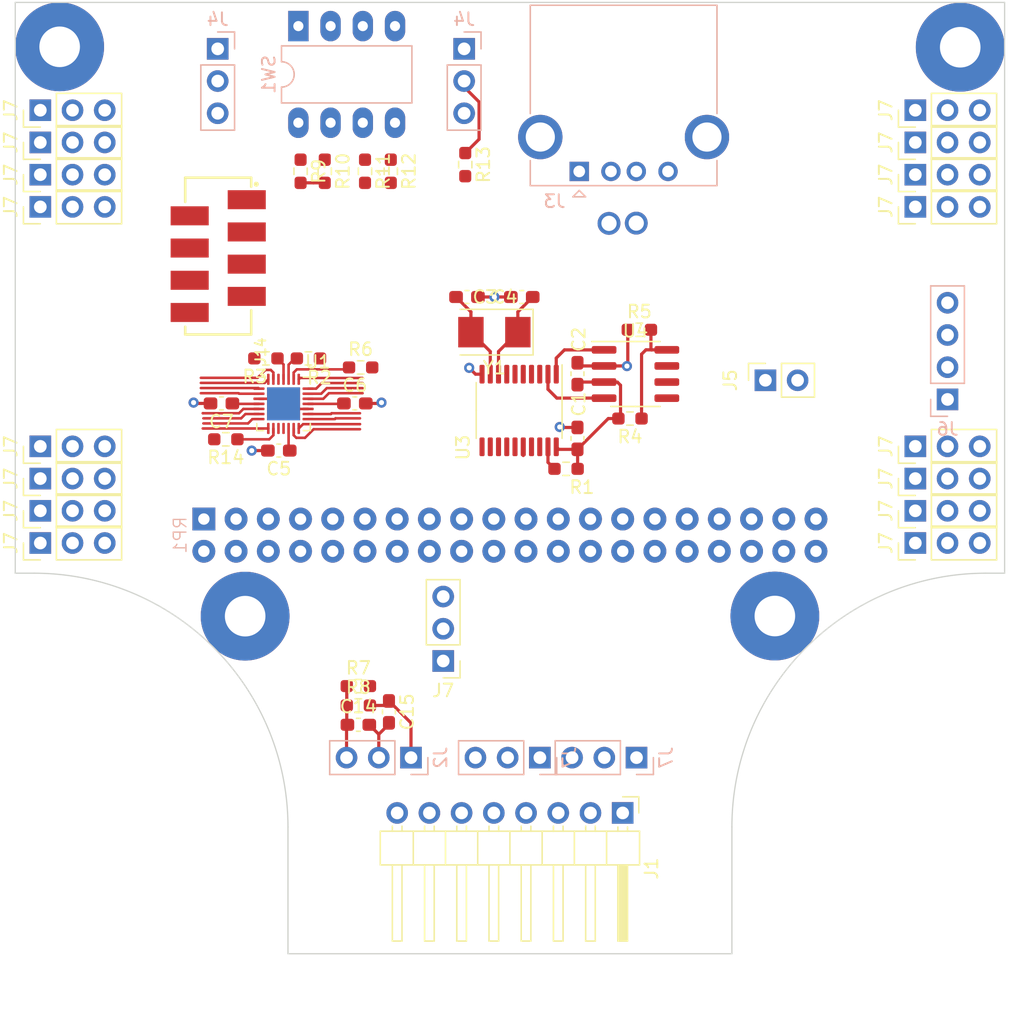
<source format=kicad_pcb>
(kicad_pcb (version 20221018) (generator pcbnew)
  (layers (0 "F.Cu" signal) (31 "B.Cu" signal) (34 "B.Paste" user) (35 "F.Paste" user) (36 "B.SilkS" user "B.Silkscreen") (37 "F.SilkS" user "F.Silkscreen") (38 "B.Mask" user) (39 "F.Mask" user) (44 "Edge.Cuts" user))
  (net 0 "")
  (net 1 "Net-(J1-Pin_8)")
  (net 2 "/WS2812B")
  (net 20 "+5V")
  (net 23 "GND")
  (net 33 "Net-(J3-D-)")
  (net 34 "Net-(J3-D+)")
  (net 35 "+3.3VP")
  (net 36 "/CAN/MOSI")
  (net 37 "/CAN/MISO")
  (net 38 "/CAN/INT")
  (net 39 "/CAN/SCK")
  (net 40 "/CAN/CE")
  (net 41 "Net-(U3-TXCAN)")
  (net 42 "Net-(U3-RXCAN)")
  (net 43 "Net-(U3-OSC2)")
  (net 44 "Net-(U3-OSC1)")
  (net 45 "Net-(U3-~{RESET})")
  (net 46 "/SX1509/SDA")
  (net 47 "/SX1509/SCL")
  (net 48 "/CAN/CANL")
  (net 49 "/CAN/CANH")
  (net 50 "Net-(U4-Rs)")
  (net 51 "Net-(U1-RESET)")
  (net 52 "/ALIM_EN_5L")
  (net 53 "/EN_5L")
  (net 54 "/CaptTOR_2")
  (net 55 "/CaptTOR_1")
  (net 56 "+5P")
  (net 57 "/SX1509/SX_IO_2")
  (net 58 "/SX1509/SX_IO_3")
  (net 59 "/SX1509/SX_IO_4")
  (net 60 "/SX1509/SX_IO_5")
  (net 61 "/SX1509/SX_IO_6")
  (net 62 "/SX1509/SX_IO_7")
  (net 63 "/SX1509/SX_IO_8")
  (net 64 "/SX1509/SX_IO_9")
  (net 65 "/SX1509/SX_IO_10")
  (net 66 "/SX1509/SX_IO_11")
  (net 67 "/SX1509/SX_IO_12")
  (net 68 "/SX1509/SX_IO_13")
  (net 69 "/SX1509/SX_IO_14")
  (net 70 "/SX1509/SX_IO_15")
  (net 71 "/SX1509/SX_IO_0")
  (net 72 "/SX1509/SX_IO_1")
  (net 73 "Net-(J2-Pin_3)")
  (net 74 "/TIRETTE")
  (net 75 "Net-(R9-Pad1)")
  (net 76 "Net-(R10-Pad1)")
  (net 77 "Net-(R11-Pad1)")
  (net 78 "Net-(R12-Pad1)")
  (net 79 "Net-(J4-Pin_2)")
  (net 80 "/SIDE")
  (net 81 "/SX1509/INT")
  (footprint "Resistor_SMD:R_0603_1608Metric_Pad0.98x0.95mm_HandSolder" (layer "F.Cu") (at 143.9775 82.788 -90)
    (fp_text reference "R13")
    (fp_text value "68")
  )
  (footprint "Connector_PinHeader_2.54mm:PinHeader_1x03_P2.54mm_Vertical" (layer "F.Cu") (at 179.46 110.08 90)
    (fp_text reference "J7")
    (fp_text value "Conn_01x03")
  )
  (footprint "Connector_PinHeader_2.54mm:PinHeader_1x03_P2.54mm_Vertical" (layer "F.Cu") (at 110.475 81.04 90)
    (fp_text reference "J7")
    (fp_text value "Conn_01x03")
  )
  (footprint "Capacitor_SMD:C_0603_1608Metric_Pad1.08x0.95mm_HandSolder" (layer "F.Cu") (at 152.825 99.2725 90)
    (fp_text reference "C2")
    (fp_text value "100nF")
  )
  (footprint "Capacitor_SMD:C_0603_1608Metric_Pad1.08x0.95mm_HandSolder" (layer "F.Cu") (at 137.9624 125.9332 -90)
    (fp_text reference "C15")
    (fp_text value "100nF")
  )
  (footprint "Connector_PinHeader_2.54mm:PinHeader_1x03_P2.54mm_Vertical" (layer "F.Cu") (at 179.46 112.62 90)
    (fp_text reference "J7")
    (fp_text value "Conn_01x03")
  )
  (footprint "Connector_PinHeader_2.54mm:PinHeader_1x03_P2.54mm_Vertical" (layer "F.Cu") (at 179.46 83.58 90)
    (fp_text reference "J7")
    (fp_text value "Conn_01x03")
  )
  (footprint "Resistor_SMD:R_0603_1608Metric_Pad0.98x0.95mm_HandSolder" (layer "F.Cu") (at 128.2616 98.066 180)
    (fp_text reference "R3")
    (fp_text value "10K")
  )
  (footprint "Resistor_SMD:R_0603_1608Metric_Pad0.98x0.95mm_HandSolder" (layer "F.Cu") (at 136.0748 83.312 -90)
    (fp_text reference "R11")
    (fp_text value "10K")
  )
  (footprint "Connector_PinHeader_2.54mm:PinHeader_1x03_P2.54mm_Vertical" (layer "F.Cu") (at 110.475 107.54 90)
    (fp_text reference "J7")
    (fp_text value "Conn_01x03")
  )
  (footprint "Resistor_SMD:R_0603_1608Metric_Pad0.98x0.95mm_HandSolder" (layer "F.Cu") (at 135.5494 123.9012)
    (fp_text reference "R7")
    (fp_text value "68")
  )
  (footprint "Resistor_SMD:R_0603_1608Metric_Pad0.98x0.95mm_HandSolder" (layer "F.Cu") (at 138.1068 83.312 -90)
    (fp_text reference "R12")
    (fp_text value "10K")
  )
  (footprint "Resistor_SMD:R_0603_1608Metric_Pad0.98x0.95mm_HandSolder" (layer "F.Cu") (at 157.7044 95.807)
    (fp_text reference "R5")
    (fp_text value "10K")
  )
  (footprint "Capacitor_SMD:C_0603_1608Metric_Pad1.08x0.95mm_HandSolder" (layer "F.Cu") (at 148.4334 93.224 180)
    (fp_text reference "C3")
    (fp_text value "22pF")
  )
  (footprint "Resistor_SMD:R_0603_1608Metric_Pad0.98x0.95mm_HandSolder" (layer "F.Cu") (at 135.7292 98.7772)
    (fp_text reference "R6")
    (fp_text value "10K")
  )
  (footprint "Connector_PinSocket_2.54mm:PinSocket_1x02_P2.54mm_Vertical" (layer "F.Cu") (at 167.64 99.79 90)
    (fp_text reference "J5")
    (fp_text value "Conn_01x02")
  )
  (footprint "Connector_PinHeader_2.54mm:PinHeader_1x03_P2.54mm_Vertical" (layer "F.Cu") (at 179.46 78.5 90)
    (fp_text reference "J7")
    (fp_text value "Conn_01x03")
  )
  (footprint "Connector_PinHeader_2.54mm:PinHeader_1x03_P2.54mm_Vertical" (layer "F.Cu") (at 110.475 83.58 90)
    (fp_text reference "J7")
    (fp_text value "Conn_01x03")
  )
  (footprint "Connector_PinHeader_2.54mm:PinHeader_1x08_P2.54mm_Horizontal" (layer "F.Cu") (at 156.39 133.9 -90)
    (fp_text reference "J1")
    (fp_text value "Conn_01x08")
  )
  (footprint "Resistor_SMD:R_0603_1608Metric_Pad0.98x0.95mm_HandSolder" (layer "F.Cu") (at 156.9644 102.807 180)
    (fp_text reference "R4")
    (fp_text value "10K")
  )
  (footprint "Capacitor_SMD:C_0603_1608Metric_Pad1.08x0.95mm_HandSolder" (layer "F.Cu") (at 135.5494 126.9492)
    (fp_text reference "C14")
    (fp_text value "100nF")
  )
  (footprint "Connector_PinHeader_2.54mm:PinHeader_1x03_P2.54mm_Vertical" (layer "F.Cu") (at 110.475 110.08 90)
    (fp_text reference "J7")
    (fp_text value "Conn_01x03")
  )
  (footprint "Package_SO:TSSOP-20_4.4x6.5mm_P0.65mm" (layer "F.Cu") (at 148.225 102.1725 -90)
    (fp_text reference "U3")
    (fp_text value "MCP2515-xST")
  )
  (footprint "ConnectorsEvo:690367280876" (layer "F.Cu") (at 124.5 90 -90)
    (property "VALUE" "690367280876")
    (fp_text reference "J14")
    (fp_text value "690367280876")
  )
  (footprint "Connector_PinHeader_2.54mm:PinHeader_1x03_P2.54mm_Vertical" (layer "F.Cu") (at 179.46 86.12 90)
    (fp_text reference "J7")
    (fp_text value "Conn_01x03")
  )
  (footprint "Capacitor_SMD:C_0603_1608Metric_Pad1.08x0.95mm_HandSolder" (layer "F.Cu") (at 129.2776 105.333 180)
    (fp_text reference "C5")
    (fp_text value "100nF")
  )
  (footprint "Package_SO:SOIC-8_3.9x4.9mm_P1.27mm" (layer "F.Cu") (at 157.395 99.295)
    (fp_text reference "U4")
    (fp_text value "MCP2551-I-SN")
  )
  (footprint "Resistor_SMD:R_0603_1608Metric_Pad0.98x0.95mm_HandSolder" (layer "F.Cu") (at 132.8998 83.312 -90)
    (fp_text reference "R10")
    (fp_text value "10K")
  )
  (footprint "Connector_PinHeader_2.54mm:PinHeader_1x03_P2.54mm_Vertical" (layer "F.Cu") (at 110.475 112.62 90)
    (fp_text reference "J7")
    (fp_text value "Conn_01x03")
  )
  (footprint "Connector_PinHeader_2.54mm:PinHeader_1x03_P2.54mm_Vertical" (layer "F.Cu") (at 142.24 121.92 180)
    (fp_text reference "J7")
    (fp_text value "Conn_01x03")
  )
  (footprint "Connector_PinHeader_2.54mm:PinHeader_1x03_P2.54mm_Vertical" (layer "F.Cu") (at 110.475 78.5 90)
    (fp_text reference "J7")
    (fp_text value "Conn_01x03")
  )
  (footprint "Resistor_SMD:R_0603_1608Metric_Pad0.98x0.95mm_HandSolder" (layer "F.Cu") (at 135.5494 125.4252)
    (fp_text reference "R8")
    (fp_text value "10K")
  )
  (footprint "Connector_PinHeader_2.54mm:PinHeader_1x03_P2.54mm_Vertical" (layer "F.Cu") (at 179.46 107.54 90)
    (fp_text reference "J7")
    (fp_text value "Conn_01x03")
  )
  (footprint "Capacitor_SMD:C_0603_1608Metric_Pad1.08x0.95mm_HandSolder" (layer "F.Cu") (at 144.1154 93.224)
    (fp_text reference "C4")
    (fp_text value "22pF")
  )
  (footprint "Crystal:Crystal_SMD_5032-2Pin_5.0x3.2mm" (layer "F.Cu") (at 146.2744 95.997 180)
    (fp_text reference "Y1")
    (fp_text value "16 MHz")
  )
  (footprint "Capacitor_SMD:C_0603_1608Metric_Pad1.08x0.95mm_HandSolder" (layer "F.Cu") (at 135.272 101.615)
    (fp_text reference "C6")
    (fp_text value "100nF")
  )
  (footprint "Capacitor_SMD:C_0603_1608Metric_Pad1.08x0.95mm_HandSolder" (layer "F.Cu") (at 124.7564 101.615 180)
    (fp_text reference "C7")
    (fp_text value "100nF")
  )
  (footprint "Resistor_SMD:R_0603_1608Metric_Pad0.98x0.95mm_HandSolder" (layer "F.Cu") (at 125.1015 104.444 180)
    (fp_text reference "R14")
    (fp_text value "10K")
  )
  (footprint "Package_DFN_QFN:QFN-28-1EP_4x4mm_P0.4mm_EP2.6x2.6mm_ThermalVias" (layer "F.Cu") (at 129.65 101.65)
    (fp_text reference "U1")
    (fp_text value "~")
  )
  (footprint "Capacitor_SMD:C_0603_1608Metric_Pad1.08x0.95mm_HandSolder" (layer "F.Cu") (at 152.825 104.3725 90)
    (fp_text reference "C1")
    (fp_text value "100nF")
  )
  (footprint "Connector_PinHeader_2.54mm:PinHeader_1x03_P2.54mm_Vertical" (layer "F.Cu") (at 110.475 86.12 90)
    (fp_text reference "J7")
    (fp_text value "Conn_01x03")
  )
  (footprint "Connector_PinHeader_2.54mm:PinHeader_1x03_P2.54mm_Vertical" (layer "F.Cu") (at 179.46 105 90)
    (fp_text reference "J7")
    (fp_text value "Conn_01x03")
  )
  (footprint "Resistor_SMD:R_0603_1608Metric_Pad0.98x0.95mm_HandSolder" (layer "F.Cu") (at 130.9948 83.312 -90)
    (fp_text reference "R9")
    (fp_text value "10K")
  )
  (footprint "Resistor_SMD:R_0603_1608Metric_Pad0.98x0.95mm_HandSolder" (layer "F.Cu") (at 131.6144 98.066)
    (fp_text reference "R2")
    (fp_text value "10K")
  )
  (footprint "Connector_PinHeader_2.54mm:PinHeader_1x03_P2.54mm_Vertical" (layer "F.Cu") (at 179.46 81.04 90)
    (fp_text reference "J7")
    (fp_text value "Conn_01x03")
  )
  (footprint "Connector_PinHeader_2.54mm:PinHeader_1x03_P2.54mm_Vertical" (layer "F.Cu") (at 110.475 105 90)
    (fp_text reference "J7")
    (fp_text value "Conn_01x03")
  )
  (footprint "Resistor_SMD:R_0603_1608Metric_Pad0.98x0.95mm_HandSolder" (layer "F.Cu") (at 151.925 106.7725)
    (fp_text reference "R1")
    (fp_text value "10K")
  )
  (footprint "Connector_PinHeader_2.54mm:PinHeader_1x03_P2.54mm_Vertical" (layer "B.Cu") (at 157.48 129.54 90)
    (fp_text reference "J7")
    (fp_text value "Conn_01x03")
  )
  (footprint "Connector_PinHeader_2.54mm:PinHeader_1x03_P2.54mm_Vertical" (layer "B.Cu") (at 143.891 73.66 180)
    (fp_text reference "J4")
    (fp_text value "Conn_01x03")
  )
  (footprint "Connector_PinHeader_2.54mm:PinHeader_1x03_P2.54mm_Vertical" (layer "B.Cu") (at 149.86 129.54 90)
    (fp_text reference "J7")
    (fp_text value "Conn_01x03")
  )
  (footprint "Connector_PinHeader_2.54mm:PinHeader_1x03_P2.54mm_Vertical" (layer "B.Cu") (at 139.7 129.54 90)
    (fp_text reference "J2")
    (fp_text value "Conn_01x03")
  )
  (footprint "Connector_USB:USB_A_CONNFLY_DS1095-WNR0" (layer "B.Cu") (at 152.964 83.3245)
    (fp_text reference "J3")
    (fp_text value "USB_A")
  )
  (footprint "Nefastor:Raspberry_Pi_Zero" (layer "B.Cu") (at 147.5 112 -90)
    (fp_text reference "RP1")
    (fp_text value "~" hide)
  )
  (footprint "Nefastor:Raspberry_Pi_Zero_USB_Pads" (layer "B.Cu") (at 180 85.5 -90)
    (fp_text reference "RP_USB1" hide)
    (fp_text value "~" hide)
  )
  (footprint "Connector_PinHeader_2.54mm:PinHeader_1x04_P2.54mm_Vertical" (layer "B.Cu") (at 182 101.3)
    (fp_text reference "J6")
    (fp_text value "Conn_01x04")
  )
  (footprint "Package_DIP:DIP-8_W7.62mm_LongPads" (layer "B.Cu") (at 130.82 71.867 -90)
    (fp_text reference "SW1")
    (fp_text value "SW_DIP_x04")
  )
  (footprint "Connector_PinHeader_2.54mm:PinHeader_1x03_P2.54mm_Vertical" (layer "B.Cu") (at 124.46 73.66 180)
    (fp_text reference "J4")
    (fp_text value "Conn_01x03")
  )
  (gr_line (start 165 135) (end 165 145) (stroke (width 0.1)) (layer "Edge.Cuts"))
  (gr_arc (start 165 135) (mid 170.857864 120.857864) (end 185 115) (stroke (width 0.1)) (layer "Edge.Cuts"))
  (gr_arc (start 110 115) (mid 124.142136 120.857864) (end 130 135) (stroke (width 0.1)) (layer "Edge.Cuts"))
  (gr_line (start 165 145) (end 130 145) (stroke (width 0.1)) (layer "Edge.Cuts"))
  (gr_line (start 130 145) (end 130 135) (stroke (width 0.1)) (layer "Edge.Cuts"))
  (gr_line (start 108.5 115) (end 110 115) (stroke (width 0.1)) (layer "Edge.Cuts"))
  (gr_line (start 108.5 70) (end 186.5 70) (stroke (width 0.1)) (layer "Edge.Cuts"))
  (gr_line (start 186.5 115) (end 185 115) (stroke (width 0.1)) (layer "Edge.Cuts"))
  (gr_line (start 108.5 70) (end 108.5 115) (stroke (width 0.1)) (layer "Edge.Cuts"))
  (gr_line (start 186.5 70) (end 186.5 115) (stroke (width 0.1)) (layer "Edge.Cuts"))
  (via (at 112 73.5) (size 7) (drill 3.2) (layers "F.Cu" "B.Cu") (net 0))
  (via (at 168.386893 118.37554) (size 7) (drill 3.2) (layers "F.Cu" "B.Cu") (net 0))
  (via (at 126.62446 118.386893) (size 7) (drill 3.2) (layers "F.Cu" "B.Cu") (net 0))
  (via (at 183 73.533) (size 7) (drill 3.2) (layers "F.Cu" "B.Cu") (net 0))
  (segment (start 145.3 99.31) (end 144.787098 99.31) (width 0.25) (layer "F.Cu") (net 23))
  (segment (start 156.7919 98.6056) (end 156.725 98.6725) (width 0.25) (layer "F.Cu") (net 23))
  (segment (start 122.6234 101.615) (end 122.5584 101.55) (width 0.25) (layer "F.Cu") (net 23))
  (segment (start 131.5875 102.05) (end 130.746447 102.05) (width 0.2) (layer "F.Cu") (net 23))
  (segment (start 127.7125 101.25) (end 128.553553 101.25) (width 0.2) (layer "F.Cu") (net 23))
  (segment (start 136.1345 101.615) (end 137.309 101.615) (width 0.25) (layer "F.Cu") (net 23))
  (segment (start 136.4119 126.9492) (end 137.16 127.6973) (width 0.25) (layer "F.Cu") (net 23))
  (segment (start 156.7125 98.66) (end 156.725 98.6725) (width 0.25) (layer "F.Cu") (net 23))
  (segment (start 147.5709 93.224) (end 146.2744 93.224) (width 0.25) (layer "F.Cu") (net 23))
  (segment (start 137.309 101.615) (end 137.374 101.55) (width 0.25) (layer "F.Cu") (net 23))
  (segment (start 130.7 102.003553) (end 130.7 101.65) (width 0.2) (layer "F.Cu") (net 23))
  (segment (start 128.6 101.296447) (end 128.6 101.65) (width 0.2) (layer "F.Cu") (net 23))
  (segment (start 128.553553 101.25) (end 128.6 101.296447) (width 0.2) (layer "F.Cu") (net 23))
  (segment (start 137.9624 126.8949) (end 137.16 127.6973) (width 0.25) (layer "F.Cu") (net 23))
  (segment (start 127.1446 105.0764) (end 127.1426 105.0784) (width 0.25) (layer "F.Cu") (net 23))
  (segment (start 144.9779 93.224) (end 146.2744 93.224) (width 0.25) (layer "F.Cu") (net 23))
  (segment (start 128.4151 105.333) (end 127.1446 105.333) (width 0.25) (layer "F.Cu") (net 23))
  (segment (start 130.746447 102.05) (end 130.7 102.003553) (width 0.2) (layer "F.Cu") (net 23))
  (segment (start 151.4625 103.51) (end 151.425 103.4725) (width 0.25) (layer "F.Cu") (net 23))
  (segment (start 123.8939 101.615) (end 122.6234 101.615) (width 0.25) (layer "F.Cu") (net 23))
  (segment (start 156.7919 95.807) (end 156.7919 98.6056) (width 0.25) (layer "F.Cu") (net 23))
  (segment (start 154.92 98.66) (end 156.7125 98.66) (width 0.25) (layer "F.Cu") (net 23))
  (segment (start 137.9624 126.7957) (end 137.9624 126.8949) (width 0.25) (layer "F.Cu") (net 23))
  (segment (start 137.16 127.6973) (end 137.16 129.54) (width 0.25) (layer "F.Cu") (net 23))
  (segment (start 152.825 103.51) (end 151.4625 103.51) (width 0.25) (layer "F.Cu") (net 23))
  (segment (start 154.92 98.66) (end 153.075 98.66) (width 0.25) (layer "F.Cu") (net 23))
  (segment (start 153.075 98.66) (end 152.825 98.41) (width 0.25) (layer "F.Cu") (net 23))
  (segment (start 144.787098 99.31) (end 144.287299 98.810201) (width 0.25) (layer "F.Cu") (net 23))
  (via (at 151.425 103.4725) (size 0.8) (drill 0.4) (layers "F.Cu" "B.Cu") (net 23))
  (via (at 122.5584 101.55) (size 0.8) (drill 0.4) (layers "F.Cu" "B.Cu") (net 23))
  (via (at 127.1426 105.335) (size 0.8) (drill 0.4) (layers "F.Cu" "B.Cu") (net 23))
  (via (at 144.287299 98.810201) (size 0.8) (drill 0.4) (layers "F.Cu" "B.Cu") (net 23))
  (via (at 146.2744 93.224) (size 0.8) (drill 0.4) (layers "F.Cu" "B.Cu") (net 23))
  (via (at 156.725 98.6725) (size 0.8) (drill 0.4) (layers "F.Cu" "B.Cu") (net 23))
  (via (at 137.374 101.55) (size 0.8) (drill 0.4) (layers "F.Cu" "B.Cu") (net 23))
  (segment (start 127.7125 101.65) (end 125.6539 101.65) (width 0.2) (layer "F.Cu") (net 35))
  (segment (start 153.03 99.93) (end 152.825 100.135) (width 0.25) (layer "F.Cu") (net 35))
  (segment (start 151.35 105.235) (end 151.15 105.035) (width 0.25) (layer "F.Cu") (net 35))
  (segment (start 134.3745 101.65) (end 131.5875 101.65) (width 0.2) (layer "F.Cu") (net 35))
  (segment (start 154.92 99.93) (end 153.03 99.93) (width 0.25) (layer "F.Cu") (net 35))
  (segment (start 156.22 102.6389) (end 156.22 100.1826) (width 0.25) (layer "F.Cu") (net 35))
  (segment (start 155.253 102.807) (end 152.825 105.235) (width 0.25) (layer "F.Cu") (net 35))
  (segment (start 137.6079 125.4252) (end 137.9624 125.0707) (width 0.25) (layer "F.Cu") (net 35))
  (segment (start 132.0108 84.2245) (end 132.8998 84.2245) (width 0.25) (layer "F.Cu") (net 35))
  (segment (start 152.825 105.235) (end 151.35 105.235) (width 0.25) (layer "F.Cu") (net 35))
  (segment (start 134.4095 101.615) (end 134.3745 101.65) (width 0.2) (layer "F.Cu") (net 35))
  (segment (start 130.9948 84.2245) (end 132.0108 84.2245) (width 0.25) (layer "F.Cu") (net 35))
  (segment (start 125.6539 101.65) (end 125.6189 101.615) (width 0.2) (layer "F.Cu") (net 35))
  (segment (start 136.4619 125.4252) (end 137.6079 125.4252) (width 0.25) (layer "F.Cu") (net 35))
  (segment (start 139.7 129.54) (end 139.7 126.8083) (width 0.25) (layer "F.Cu") (net 35))
  (segment (start 156.22 100.1826) (end 155.9674 99.93) (width 0.25) (layer "F.Cu") (net 35))
  (segment (start 156.0519 102.807) (end 156.22 102.6389) (width 0.25) (layer "F.Cu") (net 35))
  (segment (start 130.05 103.5875) (end 130.05 105.3343) (width 0.2) (layer "F.Cu") (net 35))
  (segment (start 155.9674 99.93) (end 154.92 99.93) (width 0.25) (layer "F.Cu") (net 35))
  (segment (start 152.8375 105.2475) (end 152.825 105.235) (width 0.25) (layer "F.Cu") (net 35))
  (segment (start 152.825 105.235) (end 152.9875 105.235) (width 0.25) (layer "F.Cu") (net 35))
  (segment (start 156.0519 102.807) (end 155.253 102.807) (width 0.25) (layer "F.Cu") (net 35))
  (segment (start 139.7 126.8083) (end 137.9624 125.0707) (width 0.25) (layer "F.Cu") (net 35))
  (segment (start 130.4421 105.3784) (end 130.1401 105.0764) (width 0.2) (layer "F.Cu") (net 35))
  (segment (start 152.8375 106.7725) (end 152.8375 105.2475) (width 0.25) (layer "F.Cu") (net 35))
  (segment (start 146.23 110.73) (end 146.148808 110.73) (width 0.25) (layer "F.Cu") (net 36))
  (segment (start 148.55 105.035) (end 148.55 105.723541) (width 0.25) (layer "F.Cu") (net 36))
  (segment (start 151.795 97.395) (end 154.915 97.395) (width 0.25) (layer "F.Cu") (net 41))
  (segment (start 154.915 97.395) (end 154.92 97.39) (width 0.25) (layer "F.Cu") (net 41))
  (segment (start 151.15 98.04) (end 151.795 97.395) (width 0.25) (layer "F.Cu") (net 41))
  (segment (start 151.15 99.31) (end 151.15 98.04) (width 0.25) (layer "F.Cu") (net 41))
  (segment (start 150.5 99.31) (end 150.5 100.5) (width 0.25) (layer "F.Cu") (net 42))
  (segment (start 151.195 101.195) (end 154.915 101.195) (width 0.25) (layer "F.Cu") (net 42))
  (segment (start 150.5 100.5) (end 151.195 101.195) (width 0.25) (layer "F.Cu") (net 42))
  (segment (start 154.915 101.195) (end 154.92 101.2) (width 0.25) (layer "F.Cu") (net 42))
  (segment (start 148.1244 94.3955) (end 149.2959 93.224) (width 0.25) (layer "F.Cu") (net 43))
  (segment (start 148.1244 95.997) (end 146.6 97.5214) (width 0.25) (layer "F.Cu") (net 43))
  (segment (start 146.6 97.5214) (end 146.6 99.31) (width 0.25) (layer "F.Cu") (net 43))
  (segment (start 148.1244 95.997) (end 148.1244 94.3955) (width 0.25) (layer "F.Cu") (net 43))
  (segment (start 144.4244 94.3955) (end 143.2529 93.224) (width 0.25) (layer "F.Cu") (net 44))
  (segment (start 145.95 97.5226) (end 145.95 99.31) (width 0.25) (layer "F.Cu") (net 44))
  (segment (start 144.4244 95.997) (end 145.95 97.5226) (width 0.25) (layer "F.Cu") (net 44))
  (segment (start 144.4244 95.997) (end 144.4244 94.3955) (width 0.25) (layer "F.Cu") (net 44))
  (segment (start 151.0125 106.7725) (end 150.5 106.26) (width 0.25) (layer "F.Cu") (net 45))
  (segment (start 150.5 106.26) (end 150.5 105.035) (width 0.25) (layer "F.Cu") (net 45))
  (segment (start 130.7019 98.066) (end 130.5476 98.066) (width 0.2) (layer "F.Cu") (net 46))
  (segment (start 130.05 98.5636) (end 130.05 99.7125) (width 0.2) (layer "F.Cu") (net 46))
  (segment (start 130.5476 98.066) (end 130.05 98.5636) (width 0.2) (layer "F.Cu") (net 46))
  (segment (start 129.1741 98.066) (end 129.65 98.5419) (width 0.2) (layer "F.Cu") (net 47))
  (segment (start 129.65 98.5419) (end 129.65 99.7125) (width 0.2) (layer "F.Cu") (net 47))
  (segment (start 158.6169 95.807) (end 158.6169 97.3425) (width 0.25) (layer "F.Cu") (net 50))
  (segment (start 158.2214 97.39) (end 158.6644 97.39) (width 0.25) (layer "F.Cu") (net 50))
  (segment (start 157.8769 102.807) (end 157.8769 97.7345) (width 0.25) (layer "F.Cu") (net 50))
  (segment (start 157.8769 97.7345) (end 158.2214 97.39) (width 0.25) (layer "F.Cu") (net 50))
  (segment (start 158.6169 97.3425) (end 158.6644 97.39) (width 0.25) (layer "F.Cu") (net 50))
  (segment (start 158.6644 97.39) (end 159.87 97.39) (width 0.25) (layer "F.Cu") (net 50))
  (segment (start 134.6643 98.9296) (end 134.8167 98.7772) (width 0.2) (layer "F.Cu") (net 51))
  (segment (start 130.45 99.180025) (end 130.700425 98.9296) (width 0.2) (layer "F.Cu") (net 51))
  (segment (start 130.45 99.7125) (end 130.45 99.180025) (width 0.2) (layer "F.Cu") (net 51))
  (segment (start 130.700425 98.9296) (end 134.6643 98.9296) (width 0.2) (layer "F.Cu") (net 51))
  (segment (start 127.7125 100.45) (end 127.6653 100.4028) (width 0.2) (layer "F.Cu") (net 57))
  (segment (start 127.6653 100.4028) (end 123.1308 100.4028) (width 0.2) (layer "F.Cu") (net 57))
  (segment (start 126.15154 100.85) (end 126.11074 100.8092) (width 0.2) (layer "F.Cu") (net 58))
  (segment (start 126.11074 100.8092) (end 123.1308 100.8092) (width 0.2) (layer "F.Cu") (net 58))
  (segment (start 127.7125 100.85) (end 126.15154 100.85) (width 0.2) (layer "F.Cu") (net 58))
  (segment (start 126.48154 102.05) (end 126.14154 102.39) (width 0.2) (layer "F.Cu") (net 59))
  (segment (start 126.14154 102.39) (end 123.2892 102.39) (width 0.2) (layer "F.Cu") (net 59))
  (segment (start 127.7125 102.05) (end 126.48154 102.05) (width 0.2) (layer "F.Cu") (net 59))
  (segment (start 123.2892 102.39) (end 123.2832 102.384) (width 0.2) (layer "F.Cu") (net 59))
  (segment (start 126.647226 102.45) (end 126.307225 102.79) (width 0.2) (layer "F.Cu") (net 60))
  (segment (start 127.7125 102.45) (end 126.647226 102.45) (width 0.2) (layer "F.Cu") (net 60))
  (segment (start 126.307225 102.79) (end 123.334 102.79) (width 0.2) (layer "F.Cu") (net 60))
  (segment (start 127.1948 102.85) (end 126.8548 103.19) (width 0.2) (layer "F.Cu") (net 61))
  (segment (start 127.7125 102.85) (end 127.1948 102.85) (width 0.2) (layer "F.Cu") (net 61))
  (segment (start 126.8548 103.19) (end 123.334 103.19) (width 0.2) (layer "F.Cu") (net 61))
  (segment (start 128.45 103.5875) (end 128.4475 103.59) (width 0.2) (layer "F.Cu") (net 62))
  (segment (start 128.4475 103.59) (end 123.2832 103.59) (width 0.2) (layer "F.Cu") (net 62))
  (segment (start 130.655025 104.325) (end 131.3458 104.325) (width 0.2) (layer "F.Cu") (net 63))
  (segment (start 132.0208 103.65) (end 135.6784 103.65) (width 0.2) (layer "F.Cu") (net 63))
  (segment (start 130.45 104.119975) (end 130.655025 104.325) (width 0.2) (layer "F.Cu") (net 63))
  (segment (start 130.45 103.5875) (end 130.45 104.119975) (width 0.2) (layer "F.Cu") (net 63))
  (segment (start 131.3458 104.325) (end 132.0208 103.65) (width 0.2) (layer "F.Cu") (net 63))
  (segment (start 131.1875 103.25) (end 135.676 103.25) (width 0.2) (layer "F.Cu") (net 64))
  (segment (start 130.85 103.5875) (end 131.1875 103.25) (width 0.2) (layer "F.Cu") (net 64))
  (segment (start 135.676 103.25) (end 135.6784 103.2476) (width 0.2) (layer "F.Cu") (net 64))
  (segment (start 133.748 102.79) (end 135.6784 102.79) (width 0.2) (layer "F.Cu") (net 65))
  (segment (start 133.688 102.85) (end 133.748 102.79) (width 0.2) (layer "F.Cu") (net 65))
  (segment (start 131.5875 102.85) (end 133.688 102.85) (width 0.2) (layer "F.Cu") (net 65))
  (segment (start 133.4432 102.39) (end 135.6784 102.39) (width 0.2) (layer "F.Cu") (net 66))
  (segment (start 133.3832 102.45) (end 133.4432 102.39) (width 0.2) (layer "F.Cu") (net 66))
  (segment (start 131.5875 102.45) (end 133.3832 102.45) (width 0.2) (layer "F.Cu") (net 66))
  (segment (start 131.5875 101.25) (end 132.78486 101.25) (width 0.2) (layer "F.Cu") (net 67))
  (segment (start 132.78486 101.25) (end 133.22566 100.8092) (width 0.2) (layer "F.Cu") (net 67))
  (segment (start 133.22566 100.8092) (end 135.8816 100.8092) (width 0.2) (layer "F.Cu") (net 67))
  (segment (start 131.5875 100.85) (end 132.619174 100.85) (width 0.2) (layer "F.Cu") (net 68))
  (segment (start 133.059975 100.4092) (end 135.8816 100.4092) (width 0.2) (layer "F.Cu") (net 68))
  (segment (start 132.619174 100.85) (end 133.059975 100.4092) (width 0.2) (layer "F.Cu") (net 68))
  (segment (start 131.5875 100.45) (end 132.224 100.45) (width 0.2) (layer "F.Cu") (net 69))
  (segment (start 132.6648 100.0092) (end 135.8816 100.0092) (width 0.2) (layer "F.Cu") (net 69))
  (segment (start 132.224 100.45) (end 132.6648 100.0092) (width 0.2) (layer "F.Cu") (net 69))
  (segment (start 130.9533 99.6092) (end 135.8816 99.6092) (width 0.2) (layer "F.Cu") (net 70))
  (segment (start 130.85 99.7125) (end 130.9533 99.6092) (width 0.2) (layer "F.Cu") (net 70))
  (segment (start 127.6012 99.5964) (end 123.1308 99.5964) (width 0.2) (layer "F.Cu") (net 71))
  (segment (start 128.85 99.180025) (end 128.644975 98.975) (width 0.2) (layer "F.Cu") (net 71))
  (segment (start 128.644975 98.975) (end 128.2226 98.975) (width 0.2) (layer "F.Cu") (net 71))
  (segment (start 128.85 99.7125) (end 128.85 99.180025) (width 0.2) (layer "F.Cu") (net 71))
  (segment (start 128.2226 98.975) (end 127.6012 99.5964) (width 0.2) (layer "F.Cu") (net 71))
  (segment (start 128.45 99.7125) (end 128.1661 99.9964) (width 0.2) (layer "F.Cu") (net 72))
  (segment (start 128.1661 99.9964) (end 123.1308 99.9964) (width 0.2) (layer "F.Cu") (net 72))
  (segment (start 134.6869 126.9492) (end 134.62 127.0161) (width 0.25) (layer "F.Cu") (net 73))
  (segment (start 134.62 127.0161) (end 134.62 129.54) (width 0.25) (layer "F.Cu") (net 73))
  (segment (start 134.6369 125.4252) (end 134.6369 126.8992) (width 0.25) (layer "F.Cu") (net 73))
  (segment (start 134.6369 126.8992) (end 134.6869 126.9492) (width 0.25) (layer "F.Cu") (net 73))
  (segment (start 134.6369 123.9012) (end 134.6369 125.4252) (width 0.25) (layer "F.Cu") (net 73))
  (segment (start 130.7 82.1047) (end 130.9948 82.3995) (width 0.25) (layer "F.Cu") (net 75))
  (segment (start 133.24 82.0593) (end 132.8998 82.3995) (width 0.25) (layer "F.Cu") (net 76))
  (segment (start 145.066 77.844) (end 145.066 80.787) (width 0.25) (layer "F.Cu") (net 79))
  (segment (start 143.891 76.669) (end 145.066 77.844) (width 0.25) (layer "F.Cu") (net 79))
  (segment (start 145.066 80.787) (end 143.9775 81.8755) (width 0.25) (layer "F.Cu") (net 79))
  (segment (start 128.525975 104.444) (end 126.014 104.444) (width 0.2) (layer "F.Cu") (net 81))
  (segment (start 128.85 103.5875) (end 128.85 104.119975) (width 0.2) (layer "F.Cu") (net 81))
  (segment (start 128.85 104.119975) (end 128.525975 104.444) (width 0.2) (layer "F.Cu") (net 81))
)
</source>
